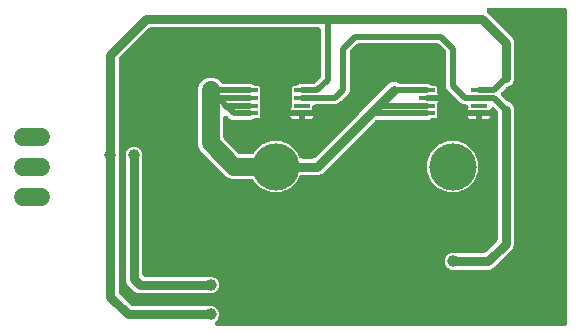
<source format=gbr>
G04 EAGLE Gerber X2 export*
%TF.Part,Single*%
%TF.FileFunction,Copper,L2,Bot,Mixed*%
%TF.FilePolarity,Positive*%
%TF.GenerationSoftware,Autodesk,EAGLE,9.1.0*%
%TF.CreationDate,2020-08-17T16:38:24Z*%
G75*
%MOMM*%
%FSLAX34Y34*%
%LPD*%
%AMOC8*
5,1,8,0,0,1.08239X$1,22.5*%
G01*
%ADD10R,1.400000X0.450000*%
%ADD11C,1.524000*%
%ADD12C,0.500000*%
%ADD13C,1.000000*%
%ADD14C,4.000000*%
%ADD15C,1.500000*%
%ADD16C,0.800000*%
%ADD17C,0.600000*%

G36*
X494050Y10170D02*
X494050Y10170D01*
X494100Y10168D01*
X494272Y10190D01*
X494445Y10206D01*
X494493Y10219D01*
X494543Y10225D01*
X494708Y10278D01*
X494876Y10324D01*
X494921Y10346D01*
X494968Y10361D01*
X495122Y10442D01*
X495278Y10517D01*
X495319Y10547D01*
X495363Y10570D01*
X495500Y10677D01*
X495640Y10779D01*
X495675Y10815D01*
X495714Y10846D01*
X495830Y10976D01*
X495950Y11101D01*
X495977Y11143D01*
X496011Y11181D01*
X496101Y11329D01*
X496197Y11473D01*
X496217Y11519D01*
X496243Y11562D01*
X496305Y11724D01*
X496374Y11884D01*
X496385Y11932D01*
X496403Y11979D01*
X496436Y12150D01*
X496475Y12319D01*
X496478Y12369D01*
X496487Y12418D01*
X496499Y12665D01*
X496499Y277335D01*
X496495Y277385D01*
X496497Y277435D01*
X496475Y277607D01*
X496459Y277780D01*
X496446Y277828D01*
X496440Y277878D01*
X496387Y278043D01*
X496341Y278211D01*
X496319Y278256D01*
X496304Y278303D01*
X496223Y278457D01*
X496148Y278613D01*
X496118Y278654D01*
X496095Y278698D01*
X495988Y278835D01*
X495886Y278975D01*
X495850Y279010D01*
X495819Y279049D01*
X495689Y279165D01*
X495564Y279285D01*
X495522Y279312D01*
X495484Y279346D01*
X495336Y279436D01*
X495192Y279532D01*
X495146Y279552D01*
X495103Y279578D01*
X494941Y279640D01*
X494781Y279709D01*
X494733Y279720D01*
X494686Y279738D01*
X494515Y279771D01*
X494346Y279810D01*
X494296Y279813D01*
X494247Y279822D01*
X494000Y279834D01*
X431100Y279834D01*
X430964Y279822D01*
X430827Y279819D01*
X430742Y279802D01*
X430655Y279794D01*
X430523Y279758D01*
X430389Y279731D01*
X430308Y279699D01*
X430224Y279676D01*
X430101Y279617D01*
X429974Y279566D01*
X429900Y279520D01*
X429822Y279483D01*
X429711Y279402D01*
X429595Y279330D01*
X429530Y279272D01*
X429460Y279221D01*
X429365Y279122D01*
X429264Y279030D01*
X429210Y278961D01*
X429150Y278899D01*
X429075Y278785D01*
X428991Y278676D01*
X428951Y278599D01*
X428903Y278527D01*
X428849Y278401D01*
X428786Y278279D01*
X428761Y278196D01*
X428726Y278116D01*
X428695Y277983D01*
X428655Y277852D01*
X428645Y277766D01*
X428625Y277681D01*
X428618Y277545D01*
X428602Y277409D01*
X428607Y277322D01*
X428603Y277235D01*
X428620Y277100D01*
X428629Y276963D01*
X428649Y276878D01*
X428660Y276792D01*
X428702Y276662D01*
X428734Y276529D01*
X428770Y276449D01*
X428796Y276367D01*
X428860Y276246D01*
X428916Y276121D01*
X428964Y276049D01*
X429005Y275972D01*
X429090Y275864D01*
X429167Y275751D01*
X429259Y275650D01*
X429281Y275621D01*
X429299Y275605D01*
X429333Y275568D01*
X448614Y256286D01*
X450935Y253966D01*
X452001Y251393D01*
X452001Y218357D01*
X450935Y215784D01*
X448966Y213815D01*
X446159Y212653D01*
X446008Y212616D01*
X445974Y212601D01*
X445938Y212591D01*
X445770Y212510D01*
X445599Y212434D01*
X445569Y212414D01*
X445535Y212398D01*
X445384Y212288D01*
X445230Y212183D01*
X445192Y212149D01*
X445173Y212136D01*
X445148Y212109D01*
X445046Y212017D01*
X441296Y208267D01*
X441264Y208229D01*
X441227Y208195D01*
X441121Y208058D01*
X441010Y207924D01*
X440985Y207881D01*
X440955Y207841D01*
X440875Y207687D01*
X440789Y207536D01*
X440773Y207489D01*
X440750Y207444D01*
X440699Y207279D01*
X440641Y207115D01*
X440633Y207065D01*
X440619Y207017D01*
X440598Y206845D01*
X440570Y206674D01*
X440571Y206623D01*
X440566Y206574D01*
X440576Y206400D01*
X440579Y206227D01*
X440589Y206178D01*
X440592Y206128D01*
X440633Y205959D01*
X440668Y205789D01*
X440686Y205743D01*
X440698Y205694D01*
X440768Y205535D01*
X440832Y205374D01*
X440859Y205331D01*
X440879Y205286D01*
X440977Y205142D01*
X441069Y204995D01*
X441102Y204958D01*
X441130Y204916D01*
X441296Y204733D01*
X445046Y200983D01*
X445190Y200863D01*
X445329Y200739D01*
X445361Y200720D01*
X445389Y200696D01*
X445552Y200604D01*
X445711Y200507D01*
X445745Y200494D01*
X445778Y200476D01*
X445953Y200414D01*
X446128Y200347D01*
X446164Y200340D01*
X446199Y200327D01*
X446212Y200325D01*
X448966Y199185D01*
X450935Y197216D01*
X452001Y194643D01*
X452001Y78607D01*
X450935Y76034D01*
X433966Y59065D01*
X431393Y57999D01*
X398607Y57999D01*
X396034Y59065D01*
X394065Y61034D01*
X392999Y63607D01*
X392999Y66393D01*
X394065Y68966D01*
X396034Y70935D01*
X398607Y72001D01*
X426065Y72001D01*
X426251Y72017D01*
X426437Y72029D01*
X426473Y72037D01*
X426510Y72041D01*
X426690Y72090D01*
X426871Y72134D01*
X426905Y72149D01*
X426941Y72159D01*
X427109Y72240D01*
X427279Y72316D01*
X427310Y72336D01*
X427343Y72352D01*
X427494Y72462D01*
X427649Y72567D01*
X427686Y72601D01*
X427705Y72614D01*
X427731Y72641D01*
X427832Y72733D01*
X437267Y82168D01*
X437387Y82311D01*
X437511Y82451D01*
X437530Y82482D01*
X437554Y82511D01*
X437646Y82673D01*
X437743Y82832D01*
X437756Y82867D01*
X437774Y82899D01*
X437836Y83075D01*
X437903Y83249D01*
X437910Y83285D01*
X437923Y83320D01*
X437952Y83505D01*
X437987Y83688D01*
X437990Y83738D01*
X437993Y83761D01*
X437992Y83798D01*
X437999Y83935D01*
X437999Y191436D01*
X437983Y191622D01*
X437971Y191808D01*
X437963Y191844D01*
X437959Y191881D01*
X437910Y192061D01*
X437866Y192242D01*
X437851Y192276D01*
X437841Y192312D01*
X437760Y192480D01*
X437684Y192651D01*
X437664Y192681D01*
X437648Y192715D01*
X437538Y192866D01*
X437433Y193020D01*
X437400Y193057D01*
X437386Y193077D01*
X437359Y193102D01*
X437267Y193204D01*
X435807Y194664D01*
X435702Y194751D01*
X435604Y194846D01*
X435531Y194894D01*
X435464Y194950D01*
X435345Y195018D01*
X435232Y195093D01*
X435152Y195128D01*
X435076Y195171D01*
X434947Y195216D01*
X434821Y195270D01*
X434737Y195290D01*
X434655Y195319D01*
X434520Y195341D01*
X434386Y195371D01*
X434300Y195376D01*
X434214Y195390D01*
X434077Y195387D01*
X433940Y195394D01*
X433854Y195382D01*
X433767Y195381D01*
X433633Y195354D01*
X433497Y195336D01*
X433414Y195310D01*
X433329Y195292D01*
X433202Y195242D01*
X433072Y195200D01*
X432995Y195160D01*
X432914Y195128D01*
X432798Y195055D01*
X432677Y194991D01*
X432609Y194937D01*
X432535Y194891D01*
X432433Y194800D01*
X432326Y194715D01*
X432268Y194650D01*
X432204Y194592D01*
X432120Y194483D01*
X432029Y194381D01*
X431984Y194307D01*
X431931Y194238D01*
X431868Y194116D01*
X431797Y193999D01*
X431766Y193918D01*
X431726Y193841D01*
X431686Y193710D01*
X431637Y193582D01*
X431620Y193497D01*
X431595Y193414D01*
X431579Y193278D01*
X431553Y193144D01*
X431546Y193007D01*
X431542Y192970D01*
X431543Y192947D01*
X431541Y192896D01*
X431541Y192749D01*
X422000Y192749D01*
X412459Y192749D01*
X412459Y192834D01*
X412632Y193481D01*
X412932Y194000D01*
X412946Y194031D01*
X412965Y194058D01*
X413040Y194233D01*
X413120Y194406D01*
X413129Y194438D01*
X413142Y194469D01*
X413185Y194653D01*
X413233Y194838D01*
X413236Y194871D01*
X413243Y194904D01*
X413253Y195093D01*
X413267Y195283D01*
X413264Y195317D01*
X413265Y195350D01*
X413241Y195537D01*
X413221Y195728D01*
X413212Y195760D01*
X413208Y195793D01*
X413150Y195974D01*
X413097Y196157D01*
X413082Y196187D01*
X413072Y196218D01*
X412983Y196386D01*
X412898Y196557D01*
X412879Y196584D01*
X412863Y196613D01*
X412746Y196762D01*
X412632Y196915D01*
X412607Y196938D01*
X412587Y196964D01*
X412445Y197090D01*
X412306Y197220D01*
X412278Y197238D01*
X412253Y197261D01*
X412090Y197360D01*
X411930Y197463D01*
X411899Y197475D01*
X411871Y197493D01*
X411693Y197561D01*
X411518Y197634D01*
X411485Y197641D01*
X411454Y197653D01*
X411267Y197689D01*
X411081Y197730D01*
X411048Y197731D01*
X411015Y197737D01*
X410768Y197749D01*
X408906Y197749D01*
X406884Y198587D01*
X395337Y210134D01*
X394499Y212156D01*
X394499Y241686D01*
X394483Y241872D01*
X394471Y242058D01*
X394463Y242094D01*
X394459Y242131D01*
X394410Y242312D01*
X394366Y242492D01*
X394351Y242526D01*
X394341Y242562D01*
X394260Y242730D01*
X394184Y242901D01*
X394164Y242931D01*
X394148Y242965D01*
X394038Y243116D01*
X393933Y243270D01*
X393899Y243308D01*
X393886Y243327D01*
X393859Y243352D01*
X393767Y243454D01*
X388454Y248767D01*
X388310Y248887D01*
X388171Y249011D01*
X388139Y249030D01*
X388111Y249054D01*
X387949Y249146D01*
X387789Y249243D01*
X387755Y249256D01*
X387722Y249274D01*
X387546Y249336D01*
X387372Y249403D01*
X387336Y249410D01*
X387301Y249423D01*
X387117Y249452D01*
X386933Y249487D01*
X386883Y249490D01*
X386860Y249493D01*
X386823Y249492D01*
X386686Y249499D01*
X320314Y249499D01*
X320128Y249483D01*
X319942Y249471D01*
X319906Y249463D01*
X319869Y249459D01*
X319688Y249410D01*
X319508Y249366D01*
X319474Y249351D01*
X319438Y249341D01*
X319270Y249260D01*
X319099Y249184D01*
X319069Y249164D01*
X319035Y249148D01*
X318884Y249038D01*
X318730Y248933D01*
X318692Y248899D01*
X318673Y248886D01*
X318648Y248859D01*
X318546Y248767D01*
X313233Y243454D01*
X313113Y243310D01*
X312989Y243171D01*
X312970Y243139D01*
X312946Y243111D01*
X312854Y242949D01*
X312757Y242789D01*
X312744Y242755D01*
X312726Y242722D01*
X312664Y242546D01*
X312597Y242372D01*
X312590Y242336D01*
X312577Y242301D01*
X312548Y242117D01*
X312513Y241933D01*
X312510Y241883D01*
X312507Y241860D01*
X312508Y241823D01*
X312501Y241686D01*
X312501Y209156D01*
X311663Y207134D01*
X309764Y205235D01*
X305015Y200486D01*
X303116Y198587D01*
X301094Y197749D01*
X283232Y197749D01*
X283199Y197746D01*
X283165Y197748D01*
X282976Y197726D01*
X282787Y197709D01*
X282755Y197701D01*
X282722Y197697D01*
X282540Y197641D01*
X282356Y197591D01*
X282326Y197576D01*
X282294Y197567D01*
X282126Y197480D01*
X281954Y197398D01*
X281926Y197378D01*
X281897Y197363D01*
X281746Y197247D01*
X281592Y197136D01*
X281569Y197112D01*
X281542Y197091D01*
X281414Y196951D01*
X281282Y196814D01*
X281264Y196786D01*
X281241Y196761D01*
X281140Y196600D01*
X281035Y196442D01*
X281022Y196411D01*
X281004Y196383D01*
X280933Y196206D01*
X280858Y196031D01*
X280850Y195999D01*
X280838Y195968D01*
X280800Y195781D01*
X280757Y195596D01*
X280755Y195563D01*
X280748Y195530D01*
X280744Y195340D01*
X280735Y195150D01*
X280739Y195117D01*
X280738Y195084D01*
X280768Y194895D01*
X280792Y194707D01*
X280802Y194675D01*
X280808Y194642D01*
X280870Y194463D01*
X280928Y194282D01*
X280944Y194252D01*
X280955Y194221D01*
X281068Y194000D01*
X281368Y193481D01*
X281541Y192834D01*
X281541Y192749D01*
X272000Y192749D01*
X262459Y192749D01*
X262459Y192834D01*
X262632Y193481D01*
X263131Y194345D01*
X263155Y194396D01*
X263219Y194501D01*
X263232Y194535D01*
X263250Y194568D01*
X263300Y194708D01*
X263319Y194750D01*
X263329Y194786D01*
X263379Y194918D01*
X263386Y194954D01*
X263399Y194989D01*
X263426Y195158D01*
X263432Y195183D01*
X263434Y195202D01*
X263463Y195356D01*
X263466Y195407D01*
X263469Y195430D01*
X263468Y195467D01*
X263475Y195604D01*
X263475Y212632D01*
X264368Y213525D01*
X266960Y213525D01*
X267146Y213541D01*
X267332Y213553D01*
X267368Y213561D01*
X267405Y213565D01*
X267585Y213614D01*
X267766Y213658D01*
X267800Y213673D01*
X267836Y213683D01*
X268004Y213764D01*
X268175Y213840D01*
X268205Y213860D01*
X268239Y213876D01*
X268390Y213986D01*
X268544Y214091D01*
X268582Y214125D01*
X268601Y214138D01*
X268626Y214165D01*
X268728Y214257D01*
X268884Y214413D01*
X270906Y215251D01*
X281686Y215251D01*
X281872Y215267D01*
X282058Y215279D01*
X282094Y215287D01*
X282131Y215291D01*
X282312Y215340D01*
X282492Y215384D01*
X282526Y215399D01*
X282562Y215409D01*
X282730Y215490D01*
X282901Y215566D01*
X282931Y215586D01*
X282965Y215602D01*
X283116Y215712D01*
X283270Y215817D01*
X283308Y215851D01*
X283327Y215864D01*
X283352Y215891D01*
X283454Y215983D01*
X287767Y220296D01*
X287887Y220440D01*
X288011Y220579D01*
X288030Y220611D01*
X288054Y220639D01*
X288146Y220801D01*
X288243Y220961D01*
X288256Y220995D01*
X288274Y221028D01*
X288336Y221204D01*
X288403Y221378D01*
X288410Y221414D01*
X288423Y221449D01*
X288452Y221633D01*
X288487Y221817D01*
X288490Y221867D01*
X288493Y221890D01*
X288492Y221927D01*
X288499Y222064D01*
X288499Y260500D01*
X288495Y260550D01*
X288497Y260600D01*
X288475Y260772D01*
X288459Y260945D01*
X288446Y260993D01*
X288440Y261043D01*
X288387Y261208D01*
X288341Y261376D01*
X288319Y261421D01*
X288304Y261468D01*
X288223Y261622D01*
X288148Y261778D01*
X288118Y261819D01*
X288095Y261863D01*
X287988Y262000D01*
X287886Y262140D01*
X287850Y262175D01*
X287819Y262214D01*
X287689Y262330D01*
X287564Y262450D01*
X287522Y262477D01*
X287484Y262511D01*
X287336Y262601D01*
X287192Y262697D01*
X287146Y262717D01*
X287103Y262743D01*
X286941Y262805D01*
X286781Y262874D01*
X286733Y262885D01*
X286686Y262903D01*
X286515Y262936D01*
X286346Y262975D01*
X286296Y262978D01*
X286247Y262987D01*
X286000Y262999D01*
X143935Y262999D01*
X143749Y262983D01*
X143563Y262971D01*
X143527Y262963D01*
X143490Y262959D01*
X143310Y262910D01*
X143129Y262866D01*
X143095Y262851D01*
X143059Y262841D01*
X142891Y262760D01*
X142721Y262684D01*
X142690Y262664D01*
X142657Y262648D01*
X142506Y262538D01*
X142351Y262433D01*
X142314Y262399D01*
X142295Y262386D01*
X142269Y262359D01*
X142168Y262267D01*
X117733Y237832D01*
X117613Y237689D01*
X117489Y237549D01*
X117470Y237518D01*
X117446Y237489D01*
X117354Y237327D01*
X117257Y237168D01*
X117244Y237133D01*
X117226Y237101D01*
X117164Y236925D01*
X117097Y236751D01*
X117090Y236715D01*
X117077Y236680D01*
X117048Y236495D01*
X117013Y236312D01*
X117010Y236262D01*
X117007Y236239D01*
X117008Y236202D01*
X117001Y236065D01*
X117001Y38935D01*
X117017Y38749D01*
X117029Y38563D01*
X117037Y38527D01*
X117041Y38490D01*
X117090Y38310D01*
X117134Y38129D01*
X117149Y38095D01*
X117159Y38059D01*
X117240Y37891D01*
X117316Y37721D01*
X117336Y37690D01*
X117352Y37657D01*
X117462Y37506D01*
X117567Y37351D01*
X117601Y37314D01*
X117614Y37295D01*
X117641Y37269D01*
X117733Y37168D01*
X127168Y27733D01*
X127311Y27613D01*
X127451Y27489D01*
X127482Y27470D01*
X127511Y27446D01*
X127673Y27354D01*
X127832Y27257D01*
X127867Y27244D01*
X127899Y27226D01*
X128075Y27164D01*
X128249Y27097D01*
X128285Y27090D01*
X128320Y27077D01*
X128505Y27048D01*
X128688Y27013D01*
X128738Y27010D01*
X128761Y27007D01*
X128798Y27008D01*
X128935Y27001D01*
X196393Y27001D01*
X198966Y25935D01*
X200935Y23966D01*
X202001Y21393D01*
X202001Y18607D01*
X200935Y16034D01*
X199333Y14432D01*
X199245Y14327D01*
X199150Y14229D01*
X199102Y14156D01*
X199046Y14089D01*
X198979Y13970D01*
X198903Y13857D01*
X198869Y13777D01*
X198826Y13701D01*
X198780Y13572D01*
X198726Y13446D01*
X198706Y13362D01*
X198677Y13280D01*
X198656Y13144D01*
X198625Y13011D01*
X198621Y12925D01*
X198607Y12839D01*
X198610Y12702D01*
X198603Y12565D01*
X198614Y12479D01*
X198616Y12392D01*
X198643Y12258D01*
X198660Y12122D01*
X198687Y12039D01*
X198704Y11954D01*
X198754Y11827D01*
X198796Y11697D01*
X198837Y11620D01*
X198869Y11539D01*
X198941Y11423D01*
X199005Y11302D01*
X199059Y11234D01*
X199105Y11160D01*
X199197Y11058D01*
X199281Y10951D01*
X199346Y10893D01*
X199405Y10829D01*
X199513Y10745D01*
X199616Y10654D01*
X199690Y10609D01*
X199759Y10556D01*
X199880Y10493D01*
X199997Y10422D01*
X200078Y10391D01*
X200156Y10351D01*
X200286Y10311D01*
X200414Y10262D01*
X200500Y10245D01*
X200583Y10220D01*
X200718Y10204D01*
X200853Y10178D01*
X200989Y10171D01*
X201026Y10167D01*
X201050Y10168D01*
X201100Y10166D01*
X494000Y10166D01*
X494050Y10170D01*
G37*
%LPC*%
G36*
X245718Y123475D02*
X245718Y123475D01*
X237807Y126752D01*
X231752Y132807D01*
X231690Y132956D01*
X231687Y132962D01*
X231685Y132968D01*
X231585Y133159D01*
X231483Y133352D01*
X231479Y133357D01*
X231476Y133363D01*
X231341Y133535D01*
X231209Y133705D01*
X231204Y133709D01*
X231200Y133714D01*
X231036Y133860D01*
X230876Y134003D01*
X230871Y134006D01*
X230866Y134011D01*
X230680Y134123D01*
X230496Y134237D01*
X230490Y134239D01*
X230484Y134243D01*
X230280Y134322D01*
X230080Y134400D01*
X230074Y134401D01*
X230067Y134403D01*
X229852Y134444D01*
X229642Y134486D01*
X229635Y134486D01*
X229629Y134487D01*
X229381Y134499D01*
X212911Y134499D01*
X209052Y136098D01*
X186098Y159052D01*
X184499Y162911D01*
X184499Y212089D01*
X186098Y215948D01*
X189052Y218902D01*
X192911Y220501D01*
X197089Y220501D01*
X200948Y218902D01*
X203868Y215983D01*
X204011Y215863D01*
X204150Y215739D01*
X204182Y215720D01*
X204210Y215696D01*
X204372Y215604D01*
X204532Y215507D01*
X204567Y215494D01*
X204599Y215476D01*
X204775Y215414D01*
X204949Y215347D01*
X204985Y215340D01*
X205020Y215327D01*
X205204Y215298D01*
X205388Y215263D01*
X205438Y215260D01*
X205461Y215257D01*
X205498Y215258D01*
X205635Y215251D01*
X229094Y215251D01*
X231116Y214413D01*
X231272Y214257D01*
X231416Y214137D01*
X231555Y214013D01*
X231587Y213994D01*
X231615Y213970D01*
X231777Y213878D01*
X231937Y213781D01*
X231971Y213768D01*
X232004Y213750D01*
X232180Y213688D01*
X232354Y213621D01*
X232390Y213614D01*
X232425Y213601D01*
X232609Y213572D01*
X232793Y213537D01*
X232843Y213534D01*
X232866Y213531D01*
X232903Y213532D01*
X233040Y213525D01*
X235632Y213525D01*
X236525Y212632D01*
X236525Y187368D01*
X235632Y186475D01*
X233040Y186475D01*
X232854Y186459D01*
X232668Y186447D01*
X232632Y186439D01*
X232595Y186435D01*
X232414Y186386D01*
X232234Y186342D01*
X232200Y186327D01*
X232164Y186317D01*
X231996Y186236D01*
X231825Y186160D01*
X231795Y186140D01*
X231761Y186124D01*
X231610Y186014D01*
X231456Y185909D01*
X231418Y185875D01*
X231399Y185862D01*
X231374Y185835D01*
X231272Y185743D01*
X231116Y185587D01*
X229094Y184749D01*
X213656Y184749D01*
X211634Y185587D01*
X209767Y187454D01*
X209662Y187541D01*
X209564Y187636D01*
X209491Y187684D01*
X209424Y187740D01*
X209305Y187808D01*
X209192Y187883D01*
X209112Y187918D01*
X209036Y187961D01*
X208907Y188006D01*
X208781Y188060D01*
X208697Y188080D01*
X208615Y188109D01*
X208479Y188131D01*
X208346Y188161D01*
X208260Y188166D01*
X208174Y188180D01*
X208037Y188177D01*
X207900Y188184D01*
X207814Y188172D01*
X207727Y188171D01*
X207593Y188144D01*
X207457Y188126D01*
X207374Y188100D01*
X207289Y188082D01*
X207162Y188032D01*
X207032Y187990D01*
X206955Y187950D01*
X206874Y187918D01*
X206758Y187845D01*
X206637Y187781D01*
X206569Y187727D01*
X206495Y187681D01*
X206393Y187590D01*
X206286Y187505D01*
X206228Y187440D01*
X206164Y187382D01*
X206080Y187273D01*
X205989Y187171D01*
X205944Y187096D01*
X205891Y187028D01*
X205828Y186906D01*
X205757Y186789D01*
X205726Y186708D01*
X205686Y186631D01*
X205646Y186500D01*
X205597Y186372D01*
X205580Y186287D01*
X205555Y186204D01*
X205539Y186068D01*
X205513Y185934D01*
X205506Y185797D01*
X205502Y185760D01*
X205503Y185737D01*
X205501Y185686D01*
X205501Y170385D01*
X205517Y170199D01*
X205529Y170013D01*
X205537Y169977D01*
X205541Y169940D01*
X205590Y169759D01*
X205634Y169579D01*
X205649Y169545D01*
X205659Y169509D01*
X205740Y169341D01*
X205816Y169170D01*
X205836Y169140D01*
X205852Y169106D01*
X205962Y168955D01*
X206067Y168801D01*
X206101Y168764D01*
X206114Y168745D01*
X206141Y168719D01*
X206233Y168618D01*
X218618Y156233D01*
X218761Y156113D01*
X218900Y155989D01*
X218932Y155970D01*
X218960Y155946D01*
X219122Y155854D01*
X219282Y155757D01*
X219317Y155744D01*
X219349Y155726D01*
X219525Y155664D01*
X219699Y155597D01*
X219735Y155590D01*
X219770Y155577D01*
X219954Y155548D01*
X220138Y155513D01*
X220188Y155510D01*
X220211Y155507D01*
X220248Y155508D01*
X220385Y155501D01*
X229381Y155501D01*
X229388Y155501D01*
X229394Y155501D01*
X229611Y155521D01*
X229826Y155541D01*
X229833Y155542D01*
X229839Y155543D01*
X230047Y155601D01*
X230257Y155659D01*
X230263Y155662D01*
X230269Y155664D01*
X230460Y155757D01*
X230660Y155852D01*
X230665Y155856D01*
X230671Y155859D01*
X230843Y155985D01*
X231022Y156114D01*
X231026Y156119D01*
X231031Y156123D01*
X231180Y156279D01*
X231331Y156436D01*
X231335Y156442D01*
X231339Y156447D01*
X231458Y156628D01*
X231578Y156808D01*
X231581Y156814D01*
X231584Y156820D01*
X231690Y157044D01*
X231752Y157193D01*
X237807Y163248D01*
X245718Y166525D01*
X254282Y166525D01*
X262193Y163248D01*
X268248Y157193D01*
X269759Y153544D01*
X269762Y153538D01*
X269764Y153532D01*
X269866Y153340D01*
X269966Y153148D01*
X269970Y153143D01*
X269974Y153137D01*
X270107Y152967D01*
X270241Y152795D01*
X270246Y152791D01*
X270250Y152786D01*
X270412Y152642D01*
X270573Y152497D01*
X270579Y152494D01*
X270584Y152489D01*
X270768Y152377D01*
X270954Y152263D01*
X270960Y152261D01*
X270965Y152257D01*
X271168Y152179D01*
X271370Y152100D01*
X271376Y152099D01*
X271382Y152097D01*
X271597Y152056D01*
X271808Y152014D01*
X271815Y152014D01*
X271821Y152013D01*
X272068Y152001D01*
X281078Y152001D01*
X281261Y152017D01*
X281444Y152028D01*
X281483Y152037D01*
X281523Y152041D01*
X281700Y152089D01*
X281878Y152132D01*
X281915Y152149D01*
X281953Y152159D01*
X282119Y152239D01*
X282287Y152313D01*
X282320Y152335D01*
X282356Y152352D01*
X282505Y152460D01*
X282657Y152563D01*
X282698Y152600D01*
X282718Y152614D01*
X282744Y152641D01*
X282841Y152729D01*
X320145Y189861D01*
X320146Y189863D01*
X320149Y189865D01*
X321464Y191180D01*
X321481Y191195D01*
X324157Y193872D01*
X324188Y193908D01*
X325484Y195199D01*
X325485Y195200D01*
X325488Y195203D01*
X326750Y196465D01*
X326767Y196478D01*
X326785Y196498D01*
X326828Y196537D01*
X333769Y203445D01*
X333831Y203493D01*
X333949Y203574D01*
X334041Y203656D01*
X334071Y203679D01*
X334089Y203699D01*
X334133Y203739D01*
X335348Y204949D01*
X335350Y204951D01*
X335353Y204953D01*
X346084Y215685D01*
X348657Y216751D01*
X351443Y216751D01*
X354249Y215588D01*
X354382Y215507D01*
X354417Y215494D01*
X354449Y215476D01*
X354625Y215414D01*
X354799Y215347D01*
X354835Y215340D01*
X354870Y215327D01*
X355055Y215298D01*
X355238Y215263D01*
X355288Y215260D01*
X355311Y215257D01*
X355348Y215258D01*
X355485Y215251D01*
X379094Y215251D01*
X381116Y214413D01*
X381272Y214257D01*
X381416Y214137D01*
X381555Y214013D01*
X381587Y213994D01*
X381615Y213970D01*
X381777Y213878D01*
X381937Y213781D01*
X381971Y213768D01*
X382004Y213750D01*
X382180Y213688D01*
X382354Y213621D01*
X382390Y213614D01*
X382425Y213601D01*
X382609Y213572D01*
X382793Y213537D01*
X382843Y213534D01*
X382866Y213531D01*
X382903Y213532D01*
X383040Y213525D01*
X385632Y213525D01*
X386525Y212632D01*
X386525Y208604D01*
X386540Y208439D01*
X386539Y208428D01*
X386542Y208413D01*
X386553Y208232D01*
X386561Y208196D01*
X386565Y208159D01*
X386604Y208014D01*
X386609Y207987D01*
X386620Y207954D01*
X386658Y207798D01*
X386673Y207764D01*
X386683Y207728D01*
X386741Y207608D01*
X386756Y207565D01*
X386799Y207480D01*
X386840Y207389D01*
X386860Y207359D01*
X386876Y207325D01*
X386894Y207301D01*
X387368Y206481D01*
X387541Y205834D01*
X387541Y205749D01*
X382814Y205749D01*
X382786Y205747D01*
X382761Y205749D01*
X382604Y205731D01*
X382442Y205722D01*
X382406Y205713D01*
X382369Y205709D01*
X382342Y205702D01*
X382317Y205699D01*
X382165Y205654D01*
X382008Y205616D01*
X381974Y205601D01*
X381938Y205591D01*
X381914Y205579D01*
X381889Y205572D01*
X381747Y205500D01*
X381600Y205435D01*
X381569Y205414D01*
X381535Y205398D01*
X381514Y205382D01*
X381490Y205370D01*
X381363Y205274D01*
X381230Y205184D01*
X381193Y205150D01*
X381174Y205136D01*
X381155Y205117D01*
X381134Y205101D01*
X381111Y205076D01*
X381047Y205017D01*
X381046Y205017D01*
X380959Y204912D01*
X380864Y204814D01*
X380849Y204792D01*
X380831Y204772D01*
X380799Y204721D01*
X380760Y204674D01*
X380692Y204555D01*
X380617Y204442D01*
X380606Y204418D01*
X380592Y204395D01*
X380569Y204339D01*
X380539Y204286D01*
X380494Y204156D01*
X380440Y204032D01*
X380434Y204006D01*
X380424Y203981D01*
X380411Y203922D01*
X380391Y203865D01*
X380369Y203728D01*
X380339Y203596D01*
X380337Y203571D01*
X380332Y203544D01*
X380330Y203483D01*
X380320Y203424D01*
X380323Y203285D01*
X380317Y203150D01*
X380320Y203125D01*
X380319Y203097D01*
X380328Y203037D01*
X380329Y202977D01*
X380357Y202841D01*
X380374Y202707D01*
X380382Y202683D01*
X380386Y202656D01*
X380406Y202598D01*
X380418Y202539D01*
X380469Y202410D01*
X380510Y202281D01*
X380522Y202259D01*
X380531Y202233D01*
X380560Y202180D01*
X380582Y202124D01*
X380655Y202007D01*
X380719Y201887D01*
X380735Y201866D01*
X380748Y201843D01*
X380787Y201796D01*
X380819Y201745D01*
X380911Y201643D01*
X380995Y201536D01*
X381015Y201518D01*
X381032Y201498D01*
X381096Y201439D01*
X381118Y201414D01*
X381146Y201392D01*
X381214Y201330D01*
X381274Y201288D01*
X381329Y201239D01*
X381404Y201194D01*
X381472Y201141D01*
X381529Y201112D01*
X381581Y201076D01*
X381648Y201045D01*
X381711Y201007D01*
X381793Y200976D01*
X381869Y200936D01*
X381929Y200918D01*
X381988Y200891D01*
X382059Y200873D01*
X382128Y200847D01*
X382214Y200830D01*
X382296Y200805D01*
X382358Y200797D01*
X382421Y200782D01*
X382494Y200777D01*
X382567Y200763D01*
X382705Y200756D01*
X382740Y200752D01*
X382762Y200753D01*
X382814Y200751D01*
X387541Y200751D01*
X387541Y200666D01*
X387368Y200019D01*
X386869Y199155D01*
X386845Y199104D01*
X386781Y198999D01*
X386768Y198965D01*
X386750Y198932D01*
X386700Y198792D01*
X386681Y198750D01*
X386671Y198714D01*
X386621Y198582D01*
X386614Y198546D01*
X386601Y198511D01*
X386574Y198342D01*
X386568Y198317D01*
X386566Y198298D01*
X386537Y198144D01*
X386534Y198093D01*
X386531Y198070D01*
X386532Y198033D01*
X386525Y197896D01*
X386525Y187368D01*
X385632Y186475D01*
X383040Y186475D01*
X382854Y186459D01*
X382668Y186447D01*
X382632Y186439D01*
X382595Y186435D01*
X382414Y186386D01*
X382234Y186342D01*
X382200Y186327D01*
X382164Y186317D01*
X381996Y186236D01*
X381825Y186160D01*
X381795Y186140D01*
X381761Y186124D01*
X381610Y186014D01*
X381456Y185909D01*
X381418Y185875D01*
X381399Y185862D01*
X381374Y185835D01*
X381272Y185743D01*
X381116Y185587D01*
X379094Y184749D01*
X335871Y184749D01*
X335685Y184733D01*
X335499Y184721D01*
X335463Y184713D01*
X335426Y184709D01*
X335246Y184660D01*
X335065Y184616D01*
X335031Y184601D01*
X334995Y184591D01*
X334827Y184510D01*
X334657Y184434D01*
X334626Y184414D01*
X334593Y184398D01*
X334441Y184288D01*
X334287Y184183D01*
X334250Y184149D01*
X334231Y184136D01*
X334205Y184109D01*
X334104Y184017D01*
X331369Y181283D01*
X331347Y181256D01*
X330385Y180298D01*
X330384Y180297D01*
X330381Y180294D01*
X328784Y178697D01*
X328759Y178678D01*
X328742Y178659D01*
X328698Y178620D01*
X289946Y140046D01*
X289945Y140044D01*
X289942Y140042D01*
X288960Y139059D01*
X287676Y138531D01*
X287674Y138530D01*
X287670Y138529D01*
X286385Y137996D01*
X284998Y137999D01*
X284996Y137999D01*
X284992Y137999D01*
X272068Y137999D01*
X272062Y137999D01*
X272055Y137999D01*
X271842Y137979D01*
X271623Y137959D01*
X271617Y137958D01*
X271611Y137957D01*
X271405Y137899D01*
X271193Y137841D01*
X271187Y137838D01*
X271181Y137836D01*
X270987Y137742D01*
X270790Y137648D01*
X270785Y137644D01*
X270779Y137641D01*
X270605Y137514D01*
X270428Y137386D01*
X270424Y137381D01*
X270418Y137377D01*
X270270Y137221D01*
X270119Y137064D01*
X270115Y137058D01*
X270111Y137053D01*
X269992Y136873D01*
X269871Y136692D01*
X269869Y136686D01*
X269865Y136680D01*
X269759Y136456D01*
X268248Y132807D01*
X262193Y126752D01*
X254282Y123475D01*
X245718Y123475D01*
G37*
%LPD*%
%LPC*%
G36*
X133607Y37999D02*
X133607Y37999D01*
X131034Y39065D01*
X124065Y46034D01*
X122999Y48607D01*
X122999Y156393D01*
X124065Y158966D01*
X126034Y160935D01*
X128607Y162001D01*
X131393Y162001D01*
X133966Y160935D01*
X135935Y158966D01*
X137001Y156393D01*
X137001Y54500D01*
X137005Y54450D01*
X137003Y54400D01*
X137025Y54228D01*
X137041Y54055D01*
X137054Y54007D01*
X137060Y53957D01*
X137113Y53792D01*
X137159Y53624D01*
X137181Y53579D01*
X137196Y53532D01*
X137277Y53378D01*
X137352Y53222D01*
X137382Y53181D01*
X137405Y53137D01*
X137512Y53000D01*
X137614Y52860D01*
X137650Y52825D01*
X137681Y52786D01*
X137811Y52670D01*
X137936Y52550D01*
X137978Y52523D01*
X138016Y52489D01*
X138164Y52399D01*
X138308Y52303D01*
X138354Y52283D01*
X138397Y52257D01*
X138559Y52195D01*
X138719Y52126D01*
X138767Y52115D01*
X138814Y52097D01*
X138985Y52064D01*
X139154Y52025D01*
X139204Y52022D01*
X139253Y52013D01*
X139500Y52001D01*
X196393Y52001D01*
X198966Y50935D01*
X200935Y48966D01*
X202001Y46393D01*
X202001Y43607D01*
X200935Y41034D01*
X198966Y39065D01*
X196393Y37999D01*
X133607Y37999D01*
G37*
%LPD*%
%LPC*%
G36*
X395718Y123475D02*
X395718Y123475D01*
X387807Y126752D01*
X381752Y132807D01*
X378475Y140718D01*
X378475Y149282D01*
X381752Y157193D01*
X387807Y163248D01*
X395718Y166525D01*
X404282Y166525D01*
X412193Y163248D01*
X418248Y157193D01*
X421525Y149282D01*
X421525Y140718D01*
X418248Y132807D01*
X412193Y126752D01*
X404282Y123475D01*
X395718Y123475D01*
G37*
%LPD*%
%LPC*%
G36*
X424499Y185459D02*
X424499Y185459D01*
X424499Y187751D01*
X431541Y187751D01*
X431541Y187666D01*
X431368Y187019D01*
X431033Y186440D01*
X430560Y185967D01*
X429981Y185632D01*
X429334Y185459D01*
X424499Y185459D01*
G37*
%LPD*%
%LPC*%
G36*
X274499Y185459D02*
X274499Y185459D01*
X274499Y187751D01*
X281541Y187751D01*
X281541Y187666D01*
X281368Y187019D01*
X281033Y186440D01*
X280560Y185967D01*
X279981Y185632D01*
X279334Y185459D01*
X274499Y185459D01*
G37*
%LPD*%
%LPC*%
G36*
X414666Y185459D02*
X414666Y185459D01*
X414019Y185632D01*
X413440Y185967D01*
X412967Y186440D01*
X412632Y187019D01*
X412459Y187666D01*
X412459Y187751D01*
X419501Y187751D01*
X419501Y185459D01*
X414666Y185459D01*
G37*
%LPD*%
%LPC*%
G36*
X264666Y185459D02*
X264666Y185459D01*
X264019Y185632D01*
X263440Y185967D01*
X262967Y186440D01*
X262632Y187019D01*
X262459Y187666D01*
X262459Y187751D01*
X269501Y187751D01*
X269501Y185459D01*
X264666Y185459D01*
G37*
%LPD*%
D10*
X422000Y209750D03*
X422000Y203250D03*
X422000Y196750D03*
X422000Y190250D03*
X378000Y190250D03*
X378000Y196750D03*
X378000Y203250D03*
X378000Y209750D03*
X272000Y209750D03*
X272000Y203250D03*
X272000Y196750D03*
X272000Y190250D03*
X228000Y190250D03*
X228000Y196750D03*
X228000Y203250D03*
X228000Y209750D03*
D11*
X51120Y119600D02*
X35880Y119600D01*
X35880Y145000D02*
X51120Y145000D01*
X51120Y170400D02*
X35880Y170400D01*
D12*
X378000Y203250D02*
X391750Y203250D01*
X395000Y200000D01*
X395000Y190000D01*
X395250Y190250D02*
X422000Y190250D01*
X395250Y190250D02*
X395000Y190000D01*
D13*
X195000Y245000D03*
D14*
X400000Y145000D03*
D12*
X228000Y190250D02*
X214750Y190250D01*
D14*
X250000Y145000D03*
D12*
X228000Y209750D02*
X195000Y209750D01*
X195000Y210000D01*
D13*
X195000Y210000D03*
D15*
X195000Y165000D01*
X215000Y145000D02*
X250000Y145000D01*
X215000Y145000D02*
X195000Y165000D01*
D12*
X201750Y203250D02*
X195000Y210000D01*
X201750Y203250D02*
X208250Y196750D01*
X214750Y190250D01*
X201750Y203250D02*
X228000Y203250D01*
X228000Y196750D02*
X208250Y196750D01*
D16*
X337649Y197362D02*
X340300Y200000D01*
X337615Y197396D02*
X330436Y190250D01*
X325092Y184908D02*
X285000Y145000D01*
X250000Y145000D01*
D12*
X338261Y196750D02*
X378000Y196750D01*
D17*
X338261Y196750D02*
X337649Y197362D01*
X337615Y197396D01*
D12*
X350050Y209750D02*
X378000Y209750D01*
D16*
X350050Y209750D02*
X340300Y200000D01*
D12*
X330436Y190250D02*
X378000Y190250D01*
D16*
X325094Y184908D02*
X325092Y184908D01*
X325094Y184908D02*
X330436Y190250D01*
D12*
X300000Y203250D02*
X272000Y203250D01*
X410000Y203250D02*
X422000Y203250D01*
X435000Y203250D01*
D13*
X400000Y65000D03*
D12*
X445000Y193250D02*
X435000Y203250D01*
D16*
X445000Y193250D02*
X445000Y80000D01*
X430000Y65000D01*
X400000Y65000D01*
D13*
X130000Y155000D03*
X195000Y45000D03*
D16*
X130000Y50000D02*
X130000Y155000D01*
X135000Y45000D02*
X195000Y45000D01*
X135000Y45000D02*
X130000Y50000D01*
D12*
X400000Y213250D02*
X410000Y203250D01*
X400000Y213250D02*
X400000Y245000D01*
X390000Y255000D01*
X317000Y255000D02*
X307000Y245000D01*
X317000Y255000D02*
X390000Y255000D01*
X307000Y210250D02*
X300000Y203250D01*
X307000Y210250D02*
X307000Y245000D01*
X285000Y209750D02*
X272000Y209750D01*
D13*
X110000Y155000D03*
D12*
X422000Y209750D02*
X435000Y209750D01*
X294000Y218750D02*
X294000Y270000D01*
D16*
X425000Y270000D01*
X110000Y240000D02*
X110000Y155000D01*
D13*
X195000Y20000D03*
D16*
X125000Y20000D01*
X110000Y35000D01*
X110000Y155000D01*
X110000Y240000D02*
X140000Y270000D01*
X294000Y270000D01*
X425000Y270000D02*
X445000Y250000D01*
D12*
X445000Y219750D02*
X435000Y209750D01*
X294000Y218750D02*
X285000Y209750D01*
D16*
X445000Y219750D02*
X445000Y250000D01*
M02*

</source>
